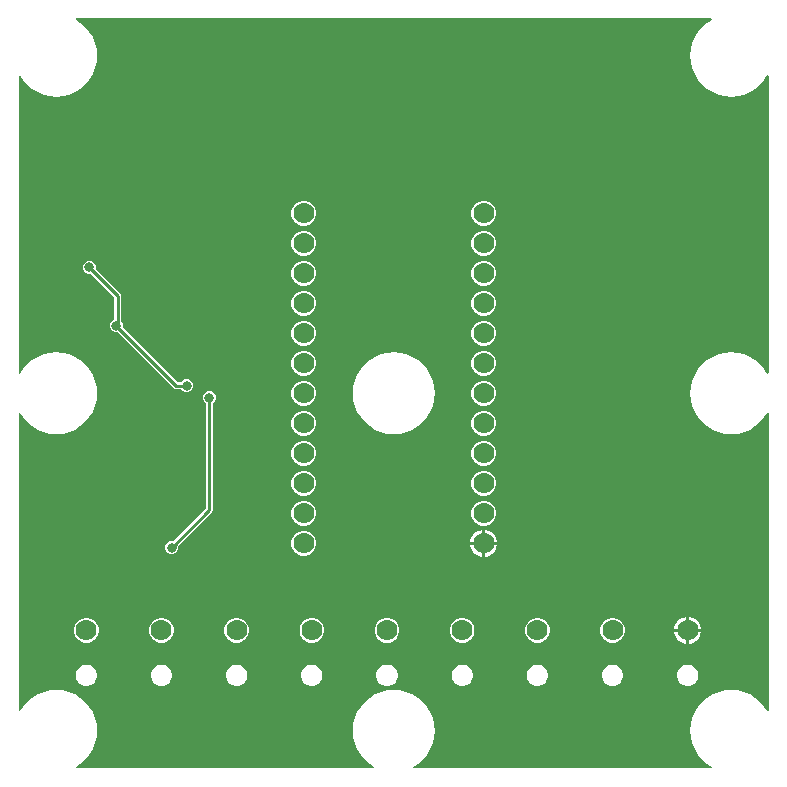
<source format=gbl>
G04*
G04 #@! TF.GenerationSoftware,Altium Limited,Altium Designer,24.2.2 (26)*
G04*
G04 Layer_Physical_Order=2*
G04 Layer_Color=16711680*
%FSLAX44Y44*%
%MOMM*%
G71*
G04*
G04 #@! TF.SameCoordinates,A8C72FA6-E4A7-4B70-B5D1-2EACB2D35129*
G04*
G04*
G04 #@! TF.FilePolarity,Positive*
G04*
G01*
G75*
%ADD28C,0.2540*%
%ADD29C,1.7780*%
%ADD30C,0.8128*%
G36*
X269376Y316230D02*
X265383Y313783D01*
X261248Y310252D01*
X257717Y306117D01*
X254876Y301481D01*
X252795Y296458D01*
X251526Y291171D01*
X251099Y285750D01*
X251526Y280329D01*
X252795Y275042D01*
X254876Y270019D01*
X257717Y265383D01*
X261248Y261248D01*
X265383Y257717D01*
X270019Y254876D01*
X275042Y252795D01*
X280329Y251526D01*
X285750Y251099D01*
X291171Y251526D01*
X296458Y252795D01*
X301481Y254876D01*
X306117Y257717D01*
X310252Y261248D01*
X313783Y265383D01*
X316230Y269376D01*
X317500Y269018D01*
Y16732D01*
X316230Y16374D01*
X313783Y20367D01*
X310252Y24502D01*
X306117Y28033D01*
X301481Y30874D01*
X296458Y32955D01*
X291171Y34224D01*
X285750Y34651D01*
X280329Y34224D01*
X275042Y32955D01*
X270019Y30874D01*
X265383Y28033D01*
X261248Y24502D01*
X257717Y20367D01*
X254876Y15731D01*
X252795Y10708D01*
X251526Y5421D01*
X251099Y0D01*
X251526Y-5421D01*
X252795Y-10708D01*
X254876Y-15731D01*
X257717Y-20367D01*
X261248Y-24502D01*
X265383Y-28033D01*
X270019Y-30874D01*
X275042Y-32955D01*
X280329Y-34224D01*
X285750Y-34651D01*
X291171Y-34224D01*
X296458Y-32955D01*
X301481Y-30874D01*
X306117Y-28033D01*
X310252Y-24502D01*
X313783Y-20367D01*
X316230Y-16374D01*
X317500Y-16732D01*
Y-269018D01*
X316230Y-269376D01*
X313783Y-265383D01*
X310252Y-261248D01*
X306117Y-257717D01*
X301481Y-254876D01*
X296458Y-252795D01*
X291171Y-251526D01*
X285750Y-251099D01*
X280329Y-251526D01*
X275042Y-252795D01*
X270019Y-254876D01*
X265383Y-257717D01*
X261248Y-261248D01*
X257717Y-265383D01*
X254876Y-270019D01*
X252795Y-275042D01*
X251526Y-280329D01*
X251099Y-285750D01*
X251526Y-291171D01*
X252795Y-296458D01*
X254876Y-301481D01*
X257717Y-306117D01*
X261248Y-310252D01*
X265383Y-313783D01*
X269376Y-316230D01*
X269018Y-317500D01*
X16732D01*
X16374Y-316230D01*
X20367Y-313783D01*
X24502Y-310252D01*
X28033Y-306117D01*
X30874Y-301481D01*
X32955Y-296458D01*
X34224Y-291171D01*
X34651Y-285750D01*
X34224Y-280329D01*
X32955Y-275042D01*
X30874Y-270019D01*
X28033Y-265383D01*
X24502Y-261248D01*
X20367Y-257717D01*
X15731Y-254876D01*
X10708Y-252795D01*
X5421Y-251526D01*
X0Y-251099D01*
X-5421Y-251526D01*
X-10708Y-252795D01*
X-15731Y-254876D01*
X-20367Y-257717D01*
X-24502Y-261248D01*
X-28033Y-265383D01*
X-30874Y-270019D01*
X-32955Y-275042D01*
X-34224Y-280329D01*
X-34651Y-285750D01*
X-34224Y-291171D01*
X-32955Y-296458D01*
X-30874Y-301481D01*
X-28033Y-306117D01*
X-24502Y-310252D01*
X-20367Y-313783D01*
X-16374Y-316230D01*
X-16732Y-317500D01*
X-269018D01*
X-269376Y-316230D01*
X-265383Y-313783D01*
X-261248Y-310252D01*
X-257717Y-306117D01*
X-254876Y-301481D01*
X-252795Y-296458D01*
X-251526Y-291171D01*
X-251099Y-285750D01*
X-251526Y-280329D01*
X-252795Y-275042D01*
X-254876Y-270019D01*
X-257717Y-265383D01*
X-261248Y-261248D01*
X-265383Y-257717D01*
X-270019Y-254876D01*
X-275042Y-252795D01*
X-280329Y-251526D01*
X-285750Y-251099D01*
X-291171Y-251526D01*
X-296458Y-252795D01*
X-301481Y-254876D01*
X-306117Y-257717D01*
X-310252Y-261248D01*
X-313783Y-265383D01*
X-316230Y-269376D01*
X-317500Y-269018D01*
Y-16732D01*
X-316230Y-16374D01*
X-313783Y-20367D01*
X-310252Y-24502D01*
X-306117Y-28033D01*
X-301481Y-30874D01*
X-296458Y-32955D01*
X-291171Y-34224D01*
X-285750Y-34651D01*
X-280329Y-34224D01*
X-275042Y-32955D01*
X-270019Y-30874D01*
X-265383Y-28033D01*
X-261248Y-24502D01*
X-257717Y-20367D01*
X-254876Y-15731D01*
X-252795Y-10708D01*
X-251526Y-5421D01*
X-251099Y0D01*
X-251526Y5421D01*
X-252795Y10708D01*
X-254876Y15731D01*
X-257717Y20367D01*
X-261248Y24502D01*
X-265383Y28033D01*
X-270019Y30874D01*
X-275042Y32955D01*
X-280329Y34224D01*
X-285750Y34651D01*
X-291171Y34224D01*
X-296458Y32955D01*
X-301481Y30874D01*
X-306117Y28033D01*
X-310252Y24502D01*
X-313783Y20367D01*
X-316230Y16374D01*
X-317500Y16732D01*
Y269018D01*
X-316230Y269376D01*
X-313783Y265383D01*
X-310252Y261248D01*
X-306117Y257717D01*
X-301481Y254876D01*
X-296458Y252795D01*
X-291171Y251526D01*
X-285750Y251099D01*
X-280329Y251526D01*
X-275042Y252795D01*
X-270019Y254876D01*
X-265383Y257717D01*
X-261248Y261248D01*
X-257717Y265383D01*
X-254876Y270019D01*
X-252795Y275042D01*
X-251526Y280329D01*
X-251099Y285750D01*
X-251526Y291171D01*
X-252795Y296458D01*
X-254876Y301481D01*
X-257717Y306117D01*
X-261248Y310252D01*
X-265383Y313783D01*
X-269376Y316230D01*
X-269018Y317500D01*
X269018D01*
X269376Y316230D01*
D02*
G37*
%LPC*%
G36*
X77571Y162814D02*
X74829D01*
X72180Y162104D01*
X69806Y160733D01*
X67867Y158794D01*
X66496Y156420D01*
X65786Y153771D01*
Y151029D01*
X66496Y148380D01*
X67867Y146006D01*
X69806Y144067D01*
X72180Y142696D01*
X74829Y141986D01*
X77571D01*
X80220Y142696D01*
X82594Y144067D01*
X84533Y146006D01*
X85904Y148380D01*
X86614Y151029D01*
Y153771D01*
X85904Y156420D01*
X84533Y158794D01*
X82594Y160733D01*
X80220Y162104D01*
X77571Y162814D01*
D02*
G37*
G36*
X-74829D02*
X-77571D01*
X-80220Y162104D01*
X-82594Y160733D01*
X-84533Y158794D01*
X-85904Y156420D01*
X-86614Y153771D01*
Y151029D01*
X-85904Y148380D01*
X-84533Y146006D01*
X-82594Y144067D01*
X-80220Y142696D01*
X-77571Y141986D01*
X-74829D01*
X-72180Y142696D01*
X-69806Y144067D01*
X-67867Y146006D01*
X-66496Y148380D01*
X-65786Y151029D01*
Y153771D01*
X-66496Y156420D01*
X-67867Y158794D01*
X-69806Y160733D01*
X-72180Y162104D01*
X-74829Y162814D01*
D02*
G37*
G36*
X77571Y137414D02*
X74829D01*
X72180Y136704D01*
X69806Y135333D01*
X67867Y133394D01*
X66496Y131020D01*
X65786Y128371D01*
Y125629D01*
X66496Y122980D01*
X67867Y120606D01*
X69806Y118667D01*
X72180Y117296D01*
X74829Y116586D01*
X77571D01*
X80220Y117296D01*
X82594Y118667D01*
X84533Y120606D01*
X85904Y122980D01*
X86614Y125629D01*
Y128371D01*
X85904Y131020D01*
X84533Y133394D01*
X82594Y135333D01*
X80220Y136704D01*
X77571Y137414D01*
D02*
G37*
G36*
X-74829D02*
X-77571D01*
X-80220Y136704D01*
X-82594Y135333D01*
X-84533Y133394D01*
X-85904Y131020D01*
X-86614Y128371D01*
Y125629D01*
X-85904Y122980D01*
X-84533Y120606D01*
X-82594Y118667D01*
X-80220Y117296D01*
X-77571Y116586D01*
X-74829D01*
X-72180Y117296D01*
X-69806Y118667D01*
X-67867Y120606D01*
X-66496Y122980D01*
X-65786Y125629D01*
Y128371D01*
X-66496Y131020D01*
X-67867Y133394D01*
X-69806Y135333D01*
X-72180Y136704D01*
X-74829Y137414D01*
D02*
G37*
G36*
X77571Y112014D02*
X74829D01*
X72180Y111304D01*
X69806Y109933D01*
X67867Y107994D01*
X66496Y105620D01*
X65786Y102971D01*
Y100229D01*
X66496Y97580D01*
X67867Y95206D01*
X69806Y93267D01*
X72180Y91896D01*
X74829Y91186D01*
X77571D01*
X80220Y91896D01*
X82594Y93267D01*
X84533Y95206D01*
X85904Y97580D01*
X86614Y100229D01*
Y102971D01*
X85904Y105620D01*
X84533Y107994D01*
X82594Y109933D01*
X80220Y111304D01*
X77571Y112014D01*
D02*
G37*
G36*
X-74829D02*
X-77571D01*
X-80220Y111304D01*
X-82594Y109933D01*
X-84533Y107994D01*
X-85904Y105620D01*
X-86614Y102971D01*
Y100229D01*
X-85904Y97580D01*
X-84533Y95206D01*
X-82594Y93267D01*
X-80220Y91896D01*
X-77571Y91186D01*
X-74829D01*
X-72180Y91896D01*
X-69806Y93267D01*
X-67867Y95206D01*
X-66496Y97580D01*
X-65786Y100229D01*
Y102971D01*
X-66496Y105620D01*
X-67867Y107994D01*
X-69806Y109933D01*
X-72180Y111304D01*
X-74829Y112014D01*
D02*
G37*
G36*
X77571Y86614D02*
X74829D01*
X72180Y85904D01*
X69806Y84533D01*
X67867Y82594D01*
X66496Y80220D01*
X65786Y77571D01*
Y74829D01*
X66496Y72180D01*
X67867Y69806D01*
X69806Y67867D01*
X72180Y66496D01*
X74829Y65786D01*
X77571D01*
X80220Y66496D01*
X82594Y67867D01*
X84533Y69806D01*
X85904Y72180D01*
X86614Y74829D01*
Y77571D01*
X85904Y80220D01*
X84533Y82594D01*
X82594Y84533D01*
X80220Y85904D01*
X77571Y86614D01*
D02*
G37*
G36*
X-74829D02*
X-77571D01*
X-80220Y85904D01*
X-82594Y84533D01*
X-84533Y82594D01*
X-85904Y80220D01*
X-86614Y77571D01*
Y74829D01*
X-85904Y72180D01*
X-84533Y69806D01*
X-82594Y67867D01*
X-80220Y66496D01*
X-77571Y65786D01*
X-74829D01*
X-72180Y66496D01*
X-69806Y67867D01*
X-67867Y69806D01*
X-66496Y72180D01*
X-65786Y74829D01*
Y77571D01*
X-66496Y80220D01*
X-67867Y82594D01*
X-69806Y84533D01*
X-72180Y85904D01*
X-74829Y86614D01*
D02*
G37*
G36*
X77571Y61214D02*
X74829D01*
X72180Y60504D01*
X69806Y59133D01*
X67867Y57194D01*
X66496Y54820D01*
X65786Y52171D01*
Y49429D01*
X66496Y46780D01*
X67867Y44406D01*
X69806Y42467D01*
X72180Y41096D01*
X74829Y40386D01*
X77571D01*
X80220Y41096D01*
X82594Y42467D01*
X84533Y44406D01*
X85904Y46780D01*
X86614Y49429D01*
Y52171D01*
X85904Y54820D01*
X84533Y57194D01*
X82594Y59133D01*
X80220Y60504D01*
X77571Y61214D01*
D02*
G37*
G36*
X-74829D02*
X-77571D01*
X-80220Y60504D01*
X-82594Y59133D01*
X-84533Y57194D01*
X-85904Y54820D01*
X-86614Y52171D01*
Y49429D01*
X-85904Y46780D01*
X-84533Y44406D01*
X-82594Y42467D01*
X-80220Y41096D01*
X-77571Y40386D01*
X-74829D01*
X-72180Y41096D01*
X-69806Y42467D01*
X-67867Y44406D01*
X-66496Y46780D01*
X-65786Y49429D01*
Y52171D01*
X-66496Y54820D01*
X-67867Y57194D01*
X-69806Y59133D01*
X-72180Y60504D01*
X-74829Y61214D01*
D02*
G37*
G36*
X77571Y35814D02*
X74829D01*
X72180Y35104D01*
X69806Y33733D01*
X67867Y31794D01*
X66496Y29420D01*
X65786Y26771D01*
Y24029D01*
X66496Y21380D01*
X67867Y19006D01*
X69806Y17067D01*
X72180Y15696D01*
X74829Y14986D01*
X77571D01*
X80220Y15696D01*
X82594Y17067D01*
X84533Y19006D01*
X85904Y21380D01*
X86614Y24029D01*
Y26771D01*
X85904Y29420D01*
X84533Y31794D01*
X82594Y33733D01*
X80220Y35104D01*
X77571Y35814D01*
D02*
G37*
G36*
X-74829D02*
X-77571D01*
X-80220Y35104D01*
X-82594Y33733D01*
X-84533Y31794D01*
X-85904Y29420D01*
X-86614Y26771D01*
Y24029D01*
X-85904Y21380D01*
X-84533Y19006D01*
X-82594Y17067D01*
X-80220Y15696D01*
X-77571Y14986D01*
X-74829D01*
X-72180Y15696D01*
X-69806Y17067D01*
X-67867Y19006D01*
X-66496Y21380D01*
X-65786Y24029D01*
Y26771D01*
X-66496Y29420D01*
X-67867Y31794D01*
X-69806Y33733D01*
X-72180Y35104D01*
X-74829Y35814D01*
D02*
G37*
G36*
X-256698Y112268D02*
X-258922D01*
X-260975Y111417D01*
X-262547Y109845D01*
X-263398Y107792D01*
Y105569D01*
X-262547Y103515D01*
X-260975Y101943D01*
X-258922Y101092D01*
X-256698D01*
X-256382Y101223D01*
X-236529Y81370D01*
Y62544D01*
X-238115Y61887D01*
X-239687Y60315D01*
X-240538Y58261D01*
Y56038D01*
X-239687Y53985D01*
X-238115Y52413D01*
X-236061Y51562D01*
X-233839D01*
X-233522Y51693D01*
X-186164Y4336D01*
X-186164Y4336D01*
X-185240Y3718D01*
X-184150Y3501D01*
X-184150Y3501D01*
X-180128D01*
X-179997Y3185D01*
X-178425Y1613D01*
X-176371Y762D01*
X-174149D01*
X-172095Y1613D01*
X-170523Y3185D01*
X-169672Y5239D01*
Y7462D01*
X-170523Y9515D01*
X-172095Y11087D01*
X-174149Y11938D01*
X-176371D01*
X-178425Y11087D01*
X-179997Y9515D01*
X-180128Y9199D01*
X-182970D01*
X-229493Y55722D01*
X-229362Y56038D01*
Y58261D01*
X-230213Y60315D01*
X-230831Y60934D01*
Y82550D01*
X-231048Y83640D01*
X-231666Y84564D01*
X-231666Y84564D01*
X-252353Y105252D01*
X-252222Y105569D01*
Y107792D01*
X-253073Y109845D01*
X-254645Y111417D01*
X-256698Y112268D01*
D02*
G37*
G36*
X77571Y10414D02*
X74829D01*
X72180Y9704D01*
X69806Y8333D01*
X67867Y6394D01*
X66496Y4020D01*
X65786Y1371D01*
Y-1371D01*
X66496Y-4020D01*
X67867Y-6394D01*
X69806Y-8333D01*
X72180Y-9704D01*
X74829Y-10414D01*
X77571D01*
X80220Y-9704D01*
X82594Y-8333D01*
X84533Y-6394D01*
X85904Y-4020D01*
X86614Y-1371D01*
Y1371D01*
X85904Y4020D01*
X84533Y6394D01*
X82594Y8333D01*
X80220Y9704D01*
X77571Y10414D01*
D02*
G37*
G36*
X-74829D02*
X-77571D01*
X-80220Y9704D01*
X-82594Y8333D01*
X-84533Y6394D01*
X-85904Y4020D01*
X-86614Y1371D01*
Y-1371D01*
X-85904Y-4020D01*
X-84533Y-6394D01*
X-82594Y-8333D01*
X-80220Y-9704D01*
X-77571Y-10414D01*
X-74829D01*
X-72180Y-9704D01*
X-69806Y-8333D01*
X-67867Y-6394D01*
X-66496Y-4020D01*
X-65786Y-1371D01*
Y1371D01*
X-66496Y4020D01*
X-67867Y6394D01*
X-69806Y8333D01*
X-72180Y9704D01*
X-74829Y10414D01*
D02*
G37*
G36*
X0Y34651D02*
X-5421Y34224D01*
X-10708Y32955D01*
X-15731Y30874D01*
X-20367Y28033D01*
X-24502Y24502D01*
X-28033Y20367D01*
X-30874Y15731D01*
X-32955Y10708D01*
X-34224Y5421D01*
X-34651Y0D01*
X-34224Y-5421D01*
X-32955Y-10708D01*
X-30874Y-15731D01*
X-28033Y-20367D01*
X-24502Y-24502D01*
X-20367Y-28033D01*
X-15731Y-30874D01*
X-10708Y-32955D01*
X-5421Y-34224D01*
X0Y-34651D01*
X5421Y-34224D01*
X10708Y-32955D01*
X15731Y-30874D01*
X20367Y-28033D01*
X24502Y-24502D01*
X28033Y-20367D01*
X30874Y-15731D01*
X32955Y-10708D01*
X34224Y-5421D01*
X34651Y0D01*
X34224Y5421D01*
X32955Y10708D01*
X30874Y15731D01*
X28033Y20367D01*
X24502Y24502D01*
X20367Y28033D01*
X15731Y30874D01*
X10708Y32955D01*
X5421Y34224D01*
X0Y34651D01*
D02*
G37*
G36*
X77571Y-14986D02*
X74829D01*
X72180Y-15696D01*
X69806Y-17067D01*
X67867Y-19006D01*
X66496Y-21380D01*
X65786Y-24029D01*
Y-26771D01*
X66496Y-29420D01*
X67867Y-31794D01*
X69806Y-33733D01*
X72180Y-35104D01*
X74829Y-35814D01*
X77571D01*
X80220Y-35104D01*
X82594Y-33733D01*
X84533Y-31794D01*
X85904Y-29420D01*
X86614Y-26771D01*
Y-24029D01*
X85904Y-21380D01*
X84533Y-19006D01*
X82594Y-17067D01*
X80220Y-15696D01*
X77571Y-14986D01*
D02*
G37*
G36*
X-74829D02*
X-77571D01*
X-80220Y-15696D01*
X-82594Y-17067D01*
X-84533Y-19006D01*
X-85904Y-21380D01*
X-86614Y-24029D01*
Y-26771D01*
X-85904Y-29420D01*
X-84533Y-31794D01*
X-82594Y-33733D01*
X-80220Y-35104D01*
X-77571Y-35814D01*
X-74829D01*
X-72180Y-35104D01*
X-69806Y-33733D01*
X-67867Y-31794D01*
X-66496Y-29420D01*
X-65786Y-26771D01*
Y-24029D01*
X-66496Y-21380D01*
X-67867Y-19006D01*
X-69806Y-17067D01*
X-72180Y-15696D01*
X-74829Y-14986D01*
D02*
G37*
G36*
X77571Y-40386D02*
X74829D01*
X72180Y-41096D01*
X69806Y-42467D01*
X67867Y-44406D01*
X66496Y-46780D01*
X65786Y-49429D01*
Y-52171D01*
X66496Y-54820D01*
X67867Y-57194D01*
X69806Y-59133D01*
X72180Y-60504D01*
X74829Y-61214D01*
X77571D01*
X80220Y-60504D01*
X82594Y-59133D01*
X84533Y-57194D01*
X85904Y-54820D01*
X86614Y-52171D01*
Y-49429D01*
X85904Y-46780D01*
X84533Y-44406D01*
X82594Y-42467D01*
X80220Y-41096D01*
X77571Y-40386D01*
D02*
G37*
G36*
X-74829D02*
X-77571D01*
X-80220Y-41096D01*
X-82594Y-42467D01*
X-84533Y-44406D01*
X-85904Y-46780D01*
X-86614Y-49429D01*
Y-52171D01*
X-85904Y-54820D01*
X-84533Y-57194D01*
X-82594Y-59133D01*
X-80220Y-60504D01*
X-77571Y-61214D01*
X-74829D01*
X-72180Y-60504D01*
X-69806Y-59133D01*
X-67867Y-57194D01*
X-66496Y-54820D01*
X-65786Y-52171D01*
Y-49429D01*
X-66496Y-46780D01*
X-67867Y-44406D01*
X-69806Y-42467D01*
X-72180Y-41096D01*
X-74829Y-40386D01*
D02*
G37*
G36*
X77571Y-65786D02*
X74829D01*
X72180Y-66496D01*
X69806Y-67867D01*
X67867Y-69806D01*
X66496Y-72180D01*
X65786Y-74829D01*
Y-77571D01*
X66496Y-80220D01*
X67867Y-82594D01*
X69806Y-84533D01*
X72180Y-85904D01*
X74829Y-86614D01*
X77571D01*
X80220Y-85904D01*
X82594Y-84533D01*
X84533Y-82594D01*
X85904Y-80220D01*
X86614Y-77571D01*
Y-74829D01*
X85904Y-72180D01*
X84533Y-69806D01*
X82594Y-67867D01*
X80220Y-66496D01*
X77571Y-65786D01*
D02*
G37*
G36*
X-74829D02*
X-77571D01*
X-80220Y-66496D01*
X-82594Y-67867D01*
X-84533Y-69806D01*
X-85904Y-72180D01*
X-86614Y-74829D01*
Y-77571D01*
X-85904Y-80220D01*
X-84533Y-82594D01*
X-82594Y-84533D01*
X-80220Y-85904D01*
X-77571Y-86614D01*
X-74829D01*
X-72180Y-85904D01*
X-69806Y-84533D01*
X-67867Y-82594D01*
X-66496Y-80220D01*
X-65786Y-77571D01*
Y-74829D01*
X-66496Y-72180D01*
X-67867Y-69806D01*
X-69806Y-67867D01*
X-72180Y-66496D01*
X-74829Y-65786D01*
D02*
G37*
G36*
X77571Y-91186D02*
X74829D01*
X72180Y-91896D01*
X69806Y-93267D01*
X67867Y-95206D01*
X66496Y-97580D01*
X65786Y-100229D01*
Y-102971D01*
X66496Y-105620D01*
X67867Y-107994D01*
X69806Y-109933D01*
X72180Y-111304D01*
X74829Y-112014D01*
X77571D01*
X80220Y-111304D01*
X82594Y-109933D01*
X84533Y-107994D01*
X85904Y-105620D01*
X86614Y-102971D01*
Y-100229D01*
X85904Y-97580D01*
X84533Y-95206D01*
X82594Y-93267D01*
X80220Y-91896D01*
X77571Y-91186D01*
D02*
G37*
G36*
X-74829D02*
X-77571D01*
X-80220Y-91896D01*
X-82594Y-93267D01*
X-84533Y-95206D01*
X-85904Y-97580D01*
X-86614Y-100229D01*
Y-102971D01*
X-85904Y-105620D01*
X-84533Y-107994D01*
X-82594Y-109933D01*
X-80220Y-111304D01*
X-77571Y-112014D01*
X-74829D01*
X-72180Y-111304D01*
X-69806Y-109933D01*
X-67867Y-107994D01*
X-66496Y-105620D01*
X-65786Y-102971D01*
Y-100229D01*
X-66496Y-97580D01*
X-67867Y-95206D01*
X-69806Y-93267D01*
X-72180Y-91896D01*
X-74829Y-91186D01*
D02*
G37*
G36*
X-155098Y1778D02*
X-157322D01*
X-159375Y927D01*
X-160947Y-645D01*
X-161798Y-2698D01*
Y-4922D01*
X-160947Y-6975D01*
X-159375Y-8547D01*
X-159059Y-8678D01*
Y-97880D01*
X-186532Y-125353D01*
X-186849Y-125222D01*
X-189072D01*
X-191125Y-126073D01*
X-192697Y-127645D01*
X-193548Y-129698D01*
Y-131922D01*
X-192697Y-133975D01*
X-191125Y-135547D01*
X-189072Y-136398D01*
X-186849D01*
X-184795Y-135547D01*
X-183223Y-133975D01*
X-182372Y-131922D01*
Y-129698D01*
X-182503Y-129382D01*
X-154196Y-101074D01*
X-153578Y-100150D01*
X-153361Y-99060D01*
X-153361Y-99060D01*
Y-8678D01*
X-153045Y-8547D01*
X-151473Y-6975D01*
X-150622Y-4922D01*
Y-2698D01*
X-151473Y-645D01*
X-153045Y927D01*
X-155098Y1778D01*
D02*
G37*
G36*
X77705Y-115570D02*
X77470D01*
Y-125730D01*
X87630D01*
Y-125495D01*
X86851Y-122588D01*
X85346Y-119982D01*
X83218Y-117854D01*
X80612Y-116349D01*
X77705Y-115570D01*
D02*
G37*
G36*
X74930D02*
X74695D01*
X71788Y-116349D01*
X69182Y-117854D01*
X67054Y-119982D01*
X65549Y-122588D01*
X64770Y-125495D01*
Y-125730D01*
X74930D01*
Y-115570D01*
D02*
G37*
G36*
X-74829Y-116586D02*
X-77571D01*
X-80220Y-117296D01*
X-82594Y-118667D01*
X-84533Y-120606D01*
X-85904Y-122980D01*
X-86614Y-125629D01*
Y-128371D01*
X-85904Y-131020D01*
X-84533Y-133394D01*
X-82594Y-135333D01*
X-80220Y-136704D01*
X-77571Y-137414D01*
X-74829D01*
X-72180Y-136704D01*
X-69806Y-135333D01*
X-67867Y-133394D01*
X-66496Y-131020D01*
X-65786Y-128371D01*
Y-125629D01*
X-66496Y-122980D01*
X-67867Y-120606D01*
X-69806Y-118667D01*
X-72180Y-117296D01*
X-74829Y-116586D01*
D02*
G37*
G36*
X87630Y-128270D02*
X77470D01*
Y-138430D01*
X77705D01*
X80612Y-137651D01*
X83218Y-136146D01*
X85346Y-134018D01*
X86851Y-131412D01*
X87630Y-128505D01*
Y-128270D01*
D02*
G37*
G36*
X74930D02*
X64770D01*
Y-128505D01*
X65549Y-131412D01*
X67054Y-134018D01*
X69182Y-136146D01*
X71788Y-137651D01*
X74695Y-138430D01*
X74930D01*
Y-128270D01*
D02*
G37*
G36*
X250425Y-189230D02*
X250190D01*
Y-199390D01*
X260350D01*
Y-199155D01*
X259571Y-196248D01*
X258066Y-193642D01*
X255938Y-191514D01*
X253332Y-190009D01*
X250425Y-189230D01*
D02*
G37*
G36*
X247650D02*
X247415D01*
X244508Y-190009D01*
X241902Y-191514D01*
X239774Y-193642D01*
X238269Y-196248D01*
X237490Y-199155D01*
Y-199390D01*
X247650D01*
Y-189230D01*
D02*
G37*
G36*
X186632Y-190246D02*
X183890D01*
X181242Y-190956D01*
X178867Y-192327D01*
X176928Y-194266D01*
X175557Y-196640D01*
X174847Y-199289D01*
Y-202031D01*
X175557Y-204680D01*
X176928Y-207054D01*
X178867Y-208993D01*
X181242Y-210364D01*
X183890Y-211074D01*
X186632D01*
X189281Y-210364D01*
X191656Y-208993D01*
X193594Y-207054D01*
X194965Y-204680D01*
X195675Y-202031D01*
Y-199289D01*
X194965Y-196640D01*
X193594Y-194266D01*
X191656Y-192327D01*
X189281Y-190956D01*
X186632Y-190246D01*
D02*
G37*
G36*
X122973D02*
X120232D01*
X117583Y-190956D01*
X115208Y-192327D01*
X113269Y-194266D01*
X111898Y-196640D01*
X111188Y-199289D01*
Y-202031D01*
X111898Y-204680D01*
X113269Y-207054D01*
X115208Y-208993D01*
X117583Y-210364D01*
X120232Y-211074D01*
X122973D01*
X125622Y-210364D01*
X127997Y-208993D01*
X129936Y-207054D01*
X131307Y-204680D01*
X132016Y-202031D01*
Y-199289D01*
X131307Y-196640D01*
X129936Y-194266D01*
X127997Y-192327D01*
X125622Y-190956D01*
X122973Y-190246D01*
D02*
G37*
G36*
X59315D02*
X56573D01*
X53924Y-190956D01*
X51549Y-192327D01*
X49611Y-194266D01*
X48239Y-196640D01*
X47530Y-199289D01*
Y-202031D01*
X48239Y-204680D01*
X49611Y-207054D01*
X51549Y-208993D01*
X53924Y-210364D01*
X56573Y-211074D01*
X59315D01*
X61963Y-210364D01*
X64338Y-208993D01*
X66277Y-207054D01*
X67648Y-204680D01*
X68358Y-202031D01*
Y-199289D01*
X67648Y-196640D01*
X66277Y-194266D01*
X64338Y-192327D01*
X61963Y-190956D01*
X59315Y-190246D01*
D02*
G37*
G36*
X-4344D02*
X-7086D01*
X-9735Y-190956D01*
X-12109Y-192327D01*
X-14048Y-194266D01*
X-15419Y-196640D01*
X-16129Y-199289D01*
Y-202031D01*
X-15419Y-204680D01*
X-14048Y-207054D01*
X-12109Y-208993D01*
X-9735Y-210364D01*
X-7086Y-211074D01*
X-4344D01*
X-1695Y-210364D01*
X679Y-208993D01*
X2618Y-207054D01*
X3989Y-204680D01*
X4699Y-202031D01*
Y-199289D01*
X3989Y-196640D01*
X2618Y-194266D01*
X679Y-192327D01*
X-1695Y-190956D01*
X-4344Y-190246D01*
D02*
G37*
G36*
X-68003D02*
X-70745D01*
X-73393Y-190956D01*
X-75768Y-192327D01*
X-77707Y-194266D01*
X-79078Y-196640D01*
X-79788Y-199289D01*
Y-202031D01*
X-79078Y-204680D01*
X-77707Y-207054D01*
X-75768Y-208993D01*
X-73393Y-210364D01*
X-70745Y-211074D01*
X-68003D01*
X-65354Y-210364D01*
X-62979Y-208993D01*
X-61041Y-207054D01*
X-59669Y-204680D01*
X-58960Y-202031D01*
Y-199289D01*
X-59669Y-196640D01*
X-61041Y-194266D01*
X-62979Y-192327D01*
X-65354Y-190956D01*
X-68003Y-190246D01*
D02*
G37*
G36*
X-131662D02*
X-134403D01*
X-137052Y-190956D01*
X-139427Y-192327D01*
X-141366Y-194266D01*
X-142737Y-196640D01*
X-143447Y-199289D01*
Y-202031D01*
X-142737Y-204680D01*
X-141366Y-207054D01*
X-139427Y-208993D01*
X-137052Y-210364D01*
X-134403Y-211074D01*
X-131662D01*
X-129013Y-210364D01*
X-126638Y-208993D01*
X-124699Y-207054D01*
X-123328Y-204680D01*
X-122619Y-202031D01*
Y-199289D01*
X-123328Y-196640D01*
X-124699Y-194266D01*
X-126638Y-192327D01*
X-129013Y-190956D01*
X-131662Y-190246D01*
D02*
G37*
G36*
X-195320D02*
X-198062D01*
X-200711Y-190956D01*
X-203086Y-192327D01*
X-205025Y-194266D01*
X-206395Y-196640D01*
X-207105Y-199289D01*
Y-202031D01*
X-206395Y-204680D01*
X-205025Y-207054D01*
X-203086Y-208993D01*
X-200711Y-210364D01*
X-198062Y-211074D01*
X-195320D01*
X-192672Y-210364D01*
X-190297Y-208993D01*
X-188358Y-207054D01*
X-186987Y-204680D01*
X-186277Y-202031D01*
Y-199289D01*
X-186987Y-196640D01*
X-188358Y-194266D01*
X-190297Y-192327D01*
X-192672Y-190956D01*
X-195320Y-190246D01*
D02*
G37*
G36*
X-258979D02*
X-261721D01*
X-264370Y-190956D01*
X-266744Y-192327D01*
X-268683Y-194266D01*
X-270054Y-196640D01*
X-270764Y-199289D01*
Y-202031D01*
X-270054Y-204680D01*
X-268683Y-207054D01*
X-266744Y-208993D01*
X-264370Y-210364D01*
X-261721Y-211074D01*
X-258979D01*
X-256330Y-210364D01*
X-253956Y-208993D01*
X-252017Y-207054D01*
X-250646Y-204680D01*
X-249936Y-202031D01*
Y-199289D01*
X-250646Y-196640D01*
X-252017Y-194266D01*
X-253956Y-192327D01*
X-256330Y-190956D01*
X-258979Y-190246D01*
D02*
G37*
G36*
X260350Y-201930D02*
X250190D01*
Y-212090D01*
X250425D01*
X253332Y-211311D01*
X255938Y-209806D01*
X258066Y-207678D01*
X259571Y-205072D01*
X260350Y-202165D01*
Y-201930D01*
D02*
G37*
G36*
X247650D02*
X237490D01*
Y-202165D01*
X238269Y-205072D01*
X239774Y-207678D01*
X241902Y-209806D01*
X244508Y-211311D01*
X247415Y-212090D01*
X247650D01*
Y-201930D01*
D02*
G37*
G36*
X250107Y-229743D02*
X247733D01*
X245440Y-230357D01*
X243383Y-231545D01*
X241705Y-233223D01*
X240518Y-235280D01*
X239903Y-237573D01*
Y-239947D01*
X240518Y-242240D01*
X241705Y-244297D01*
X243383Y-245975D01*
X245440Y-247162D01*
X247733Y-247777D01*
X250107D01*
X252400Y-247162D01*
X254457Y-245975D01*
X256135Y-244297D01*
X257323Y-242240D01*
X257937Y-239947D01*
Y-237573D01*
X257323Y-235280D01*
X256135Y-233223D01*
X254457Y-231545D01*
X252400Y-230357D01*
X250107Y-229743D01*
D02*
G37*
G36*
X186448D02*
X184074D01*
X181781Y-230357D01*
X179725Y-231545D01*
X178046Y-233223D01*
X176859Y-235280D01*
X176244Y-237573D01*
Y-239947D01*
X176859Y-242240D01*
X178046Y-244297D01*
X179725Y-245975D01*
X181781Y-247162D01*
X184074Y-247777D01*
X186448D01*
X188742Y-247162D01*
X190798Y-245975D01*
X192477Y-244297D01*
X193664Y-242240D01*
X194278Y-239947D01*
Y-237573D01*
X193664Y-235280D01*
X192477Y-233223D01*
X190798Y-231545D01*
X188742Y-230357D01*
X186448Y-229743D01*
D02*
G37*
G36*
X122790D02*
X120415D01*
X118122Y-230357D01*
X116066Y-231545D01*
X114387Y-233223D01*
X113200Y-235280D01*
X112585Y-237573D01*
Y-239947D01*
X113200Y-242240D01*
X114387Y-244297D01*
X116066Y-245975D01*
X118122Y-247162D01*
X120415Y-247777D01*
X122790D01*
X125083Y-247162D01*
X127139Y-245975D01*
X128818Y-244297D01*
X130005Y-242240D01*
X130619Y-239947D01*
Y-237573D01*
X130005Y-235280D01*
X128818Y-233223D01*
X127139Y-231545D01*
X125083Y-230357D01*
X122790Y-229743D01*
D02*
G37*
G36*
X59131D02*
X56757D01*
X54463Y-230357D01*
X52407Y-231545D01*
X50728Y-233223D01*
X49541Y-235280D01*
X48927Y-237573D01*
Y-239947D01*
X49541Y-242240D01*
X50728Y-244297D01*
X52407Y-245975D01*
X54463Y-247162D01*
X56757Y-247777D01*
X59131D01*
X61424Y-247162D01*
X63480Y-245975D01*
X65159Y-244297D01*
X66346Y-242240D01*
X66961Y-239947D01*
Y-237573D01*
X66346Y-235280D01*
X65159Y-233223D01*
X63480Y-231545D01*
X61424Y-230357D01*
X59131Y-229743D01*
D02*
G37*
G36*
X-4528D02*
X-6902D01*
X-9195Y-230357D01*
X-11252Y-231545D01*
X-12930Y-233223D01*
X-14117Y-235280D01*
X-14732Y-237573D01*
Y-239947D01*
X-14117Y-242240D01*
X-12930Y-244297D01*
X-11252Y-245975D01*
X-9195Y-247162D01*
X-6902Y-247777D01*
X-4528D01*
X-2235Y-247162D01*
X-178Y-245975D01*
X1500Y-244297D01*
X2688Y-242240D01*
X3302Y-239947D01*
Y-237573D01*
X2688Y-235280D01*
X1500Y-233223D01*
X-178Y-231545D01*
X-2235Y-230357D01*
X-4528Y-229743D01*
D02*
G37*
G36*
X-68187D02*
X-70561D01*
X-72854Y-230357D01*
X-74910Y-231545D01*
X-76589Y-233223D01*
X-77776Y-235280D01*
X-78391Y-237573D01*
Y-239947D01*
X-77776Y-242240D01*
X-76589Y-244297D01*
X-74910Y-245975D01*
X-72854Y-247162D01*
X-70561Y-247777D01*
X-68187D01*
X-65893Y-247162D01*
X-63837Y-245975D01*
X-62158Y-244297D01*
X-60971Y-242240D01*
X-60357Y-239947D01*
Y-237573D01*
X-60971Y-235280D01*
X-62158Y-233223D01*
X-63837Y-231545D01*
X-65893Y-230357D01*
X-68187Y-229743D01*
D02*
G37*
G36*
X-131845D02*
X-134220D01*
X-136513Y-230357D01*
X-138569Y-231545D01*
X-140248Y-233223D01*
X-141435Y-235280D01*
X-142050Y-237573D01*
Y-239947D01*
X-141435Y-242240D01*
X-140248Y-244297D01*
X-138569Y-245975D01*
X-136513Y-247162D01*
X-134220Y-247777D01*
X-131845D01*
X-129552Y-247162D01*
X-127496Y-245975D01*
X-125817Y-244297D01*
X-124630Y-242240D01*
X-124016Y-239947D01*
Y-237573D01*
X-124630Y-235280D01*
X-125817Y-233223D01*
X-127496Y-231545D01*
X-129552Y-230357D01*
X-131845Y-229743D01*
D02*
G37*
G36*
X-195504D02*
X-197878D01*
X-200172Y-230357D01*
X-202228Y-231545D01*
X-203907Y-233223D01*
X-205094Y-235280D01*
X-205708Y-237573D01*
Y-239947D01*
X-205094Y-242240D01*
X-203907Y-244297D01*
X-202228Y-245975D01*
X-200172Y-247162D01*
X-197878Y-247777D01*
X-195504D01*
X-193211Y-247162D01*
X-191155Y-245975D01*
X-189476Y-244297D01*
X-188289Y-242240D01*
X-187674Y-239947D01*
Y-237573D01*
X-188289Y-235280D01*
X-189476Y-233223D01*
X-191155Y-231545D01*
X-193211Y-230357D01*
X-195504Y-229743D01*
D02*
G37*
G36*
X-259163D02*
X-261537D01*
X-263830Y-230357D01*
X-265887Y-231545D01*
X-267565Y-233223D01*
X-268752Y-235280D01*
X-269367Y-237573D01*
Y-239947D01*
X-268752Y-242240D01*
X-267565Y-244297D01*
X-265887Y-245975D01*
X-263830Y-247162D01*
X-261537Y-247777D01*
X-259163D01*
X-256870Y-247162D01*
X-254813Y-245975D01*
X-253135Y-244297D01*
X-251947Y-242240D01*
X-251333Y-239947D01*
Y-237573D01*
X-251947Y-235280D01*
X-253135Y-233223D01*
X-254813Y-231545D01*
X-256870Y-230357D01*
X-259163Y-229743D01*
D02*
G37*
%LPD*%
D28*
X-187960Y-130810D02*
X-156210Y-99060D01*
Y-3810D01*
X-184150Y6350D02*
X-175260D01*
X-234950Y57150D02*
X-184150Y6350D01*
X-256540Y105410D02*
Y106680D01*
X-234950Y58420D02*
X-233680Y59690D01*
X-234950Y57150D02*
Y58420D01*
X-233680Y59690D02*
Y82550D01*
X-256540Y105410D02*
X-233680Y82550D01*
X-257810Y106680D02*
X-256540D01*
D29*
X248920Y-200660D02*
D03*
X185261D02*
D03*
X121602D02*
D03*
X57944D02*
D03*
X-5715D02*
D03*
X-69374D02*
D03*
X-133033D02*
D03*
X-196691D02*
D03*
X-260350D02*
D03*
X76200Y152400D02*
D03*
Y127000D02*
D03*
Y101600D02*
D03*
Y76200D02*
D03*
Y50800D02*
D03*
Y25400D02*
D03*
Y0D02*
D03*
Y-25400D02*
D03*
Y-50800D02*
D03*
Y-76200D02*
D03*
Y-101600D02*
D03*
Y-127000D02*
D03*
X-76200D02*
D03*
Y-101600D02*
D03*
Y-76200D02*
D03*
Y-50800D02*
D03*
Y-25400D02*
D03*
Y0D02*
D03*
Y25400D02*
D03*
Y50800D02*
D03*
Y76200D02*
D03*
Y101600D02*
D03*
Y127000D02*
D03*
Y152400D02*
D03*
D30*
X-187960Y-130810D02*
D03*
X-156210Y-3810D02*
D03*
X-175260Y6350D02*
D03*
X-257810Y106680D02*
D03*
X-234950Y57150D02*
D03*
M02*

</source>
